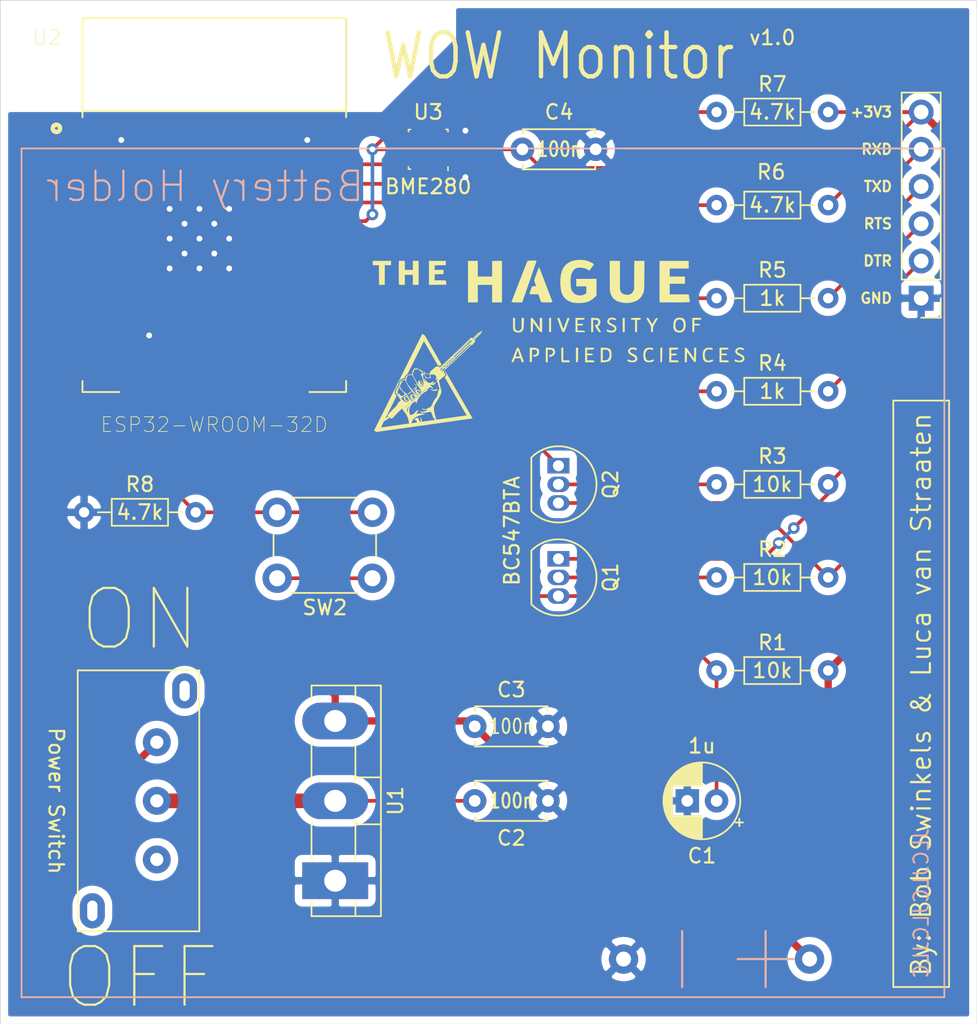
<source format=kicad_pcb>
(kicad_pcb (version 20171130) (host pcbnew "(5.1.4-0-10_14)")
  (layers (0 F.Cu signal) (31 B.Cu signal) (34 B.Paste user) (35 F.Paste user) (36 B.SilkS user) (37 F.SilkS user) (38 B.Mask user) (39 F.Mask user) (44 Edge.Cuts user))
  (net 0 "")
  (net 1 GND)
  (net 2 RESET)
  (net 3 VBAT)
  (net 4 +3V3)
  (net 5 RTS)
  (net 6 DTR)
  (net 7 TXD)
  (net 8 RXD)
  (net 9 BOOT)
  (net 10 "Net-(Q1-Pad2)")
  (net 11 "Net-(Q2-Pad2)")
  (net 12 "Net-(R4-Pad1)")
  (net 13 "Net-(R5-Pad1)")
  (net 14 SCL)
  (net 15 SDA)
  (net 16 RECONF)
  (net 17 "Net-(BT1-Pad1)")
  (net 18 "Net-(U2-Pad4)")
  (net 19 "Net-(U2-Pad5)")
  (net 20 "Net-(U2-Pad6)")
  (net 21 "Net-(U2-Pad7)")
  (net 22 "Net-(U2-Pad8)")
  (net 23 "Net-(U2-Pad9)")
  (net 24 "Net-(U2-Pad10)")
  (net 25 "Net-(U2-Pad11)")
  (net 26 "Net-(U2-Pad12)")
  (net 27 "Net-(U2-Pad13)")
  (net 28 "Net-(U2-Pad14)")
  (net 29 "Net-(U2-Pad17)")
  (net 30 "Net-(U2-Pad18)")
  (net 31 "Net-(U2-Pad19)")
  (net 32 "Net-(U2-Pad20)")
  (net 33 "Net-(U2-Pad21)")
  (net 34 "Net-(U2-Pad22)")
  (net 35 "Net-(U2-Pad23)")
  (net 36 "Net-(U2-Pad24)")
  (net 37 "Net-(U2-Pad26)")
  (net 38 "Net-(U2-Pad27)")
  (net 39 "Net-(U2-Pad28)")
  (net 40 "Net-(U2-Pad29)")
  (net 41 "Net-(U2-Pad30)")
  (net 42 "Net-(U2-Pad31)")
  (net 43 "Net-(U2-Pad37)")
  (module logo:rheon (layer F.Cu) (at 122.555 107.315)
    (fp_text reference G*** hide)
    (fp_text value LOGO hide)
  )
  (module logo:hhs-logo (layer F.Cu) (at 131.445 102.489)
    (fp_text reference G*** hide)
    (fp_text value LOGO hide)
  )
  (module Resistor_THT:R_Axial_DIN0204_L3.6mm_D1.6mm_P7.62mm_Horizontal (layer F.Cu) (at 142.24 114.3)
    (fp_text reference R3 (at 3.81 -1.92) (layer F.SilkS))
    (fp_text value 10k (at 3.81 0) (layer F.SilkS))
    (pad 1 thru_hole circle (at 0 0) (size 1.4 1.4) (drill 0.7) (layers *.Cu *.Mask) (net 11 "Net-(Q2-Pad2)"))
    (pad 2 thru_hole oval (at 7.62 0) (size 1.4 1.4) (drill 0.7) (layers *.Cu *.Mask) (net 5 RTS))
  )
  (module Capacitor_THT:CP_Radial_D5.0mm_P2.00mm (layer F.Cu) (at 142.24 135.89 180)
    (fp_text reference C1 (at 1 -3.75) (layer F.SilkS))
    (fp_text value 1u (at 1 3.75) (layer F.SilkS))
    (pad 1 thru_hole circle (at 0 0 180) (size 1.6 1.6) (drill 0.8) (layers *.Cu *.Mask) (net 2 RESET))
    (pad 2 thru_hole rect (at 2 0 180) (size 1.6 1.6) (drill 0.8) (layers *.Cu *.Mask) (net 1 GND))
  )
  (module Capacitor_THT:C_Disc_D4.7mm_W2.5mm_P5.00mm (layer F.Cu) (at 125.73 135.89)
    (fp_text reference C2 (at 2.5 2.54) (layer F.SilkS))
    (fp_text value 100n (at 2.5 0) (layer F.SilkS) (effects (font (size 1 0.8))))
    (pad 2 thru_hole circle (at 5 0) (size 1.6 1.6) (drill 0.8) (layers *.Cu *.Mask) (net 1 GND))
    (pad 1 thru_hole circle (at 0 0) (size 1.6 1.6) (drill 0.8) (layers *.Cu *.Mask) (net 3 VBAT))
  )
  (module Capacitor_THT:C_Disc_D4.7mm_W2.5mm_P5.00mm (layer F.Cu) (at 125.73 130.81)
    (fp_text reference C3 (at 2.5 -2.5) (layer F.SilkS))
    (fp_text value 100n (at 2.5 0) (layer F.SilkS) (effects (font (size 1 0.8) (thickness 0.125))))
    (pad 1 thru_hole circle (at 0 0) (size 1.6 1.6) (drill 0.8) (layers *.Cu *.Mask) (net 4 +3V3))
    (pad 2 thru_hole circle (at 5 0) (size 1.6 1.6) (drill 0.8) (layers *.Cu *.Mask) (net 1 GND))
  )
  (module Connector_PinHeader_2.54mm:PinHeader_1x06_P2.54mm_Vertical (layer F.Cu) (at 156.21 101.6 180)
    (fp_text reference Jserial1 hide)
    (fp_text value Hedd_01x06_Male hide)
    (pad 1 thru_hole rect (at 0 0 180) (size 1.7 1.7) (drill 1) (layers *.Cu *.Mask) (net 1 GND))
    (pad 2 thru_hole oval (at 0 2.54 180) (size 1.7 1.7) (drill 1) (layers *.Cu *.Mask) (net 6 DTR))
    (pad 3 thru_hole oval (at 0 5.08 180) (size 1.7 1.7) (drill 1) (layers *.Cu *.Mask) (net 5 RTS))
    (pad 4 thru_hole oval (at 0 7.62 180) (size 1.7 1.7) (drill 1) (layers *.Cu *.Mask) (net 7 TXD))
    (pad 5 thru_hole oval (at 0 10.16 180) (size 1.7 1.7) (drill 1) (layers *.Cu *.Mask) (net 8 RXD))
    (pad 6 thru_hole oval (at 0 12.7 180) (size 1.7 1.7) (drill 1) (layers *.Cu *.Mask) (net 4 +3V3))
  )
  (module Package_TO_SOT_THT:TO-92_Inline (layer F.Cu) (at 131.445 113.03 270)
    (fp_text reference Q2 (at 1.27 -3.56 90) (layer F.SilkS))
    (fp_text value BC547BTA (at 4.445 3.175 270) (layer F.SilkS))
    (pad 1 thru_hole rect (at 0 0 270) (size 1.05 1.5) (drill 0.75) (layers *.Cu *.Mask) (net 9 BOOT))
    (pad 3 thru_hole oval (at 2.54 0 270) (size 1.05 1.5) (drill 0.75) (layers *.Cu *.Mask) (net 6 DTR))
    (pad 2 thru_hole oval (at 1.27 0 270) (size 1.05 1.5) (drill 0.75) (layers *.Cu *.Mask) (net 11 "Net-(Q2-Pad2)"))
  )
  (module Package_TO_SOT_THT:TO-92_Inline (layer F.Cu) (at 131.445 119.38 270)
    (fp_text reference Q1 (at 1.27 -3.56 90) (layer F.SilkS))
    (fp_text value BC547BTA hide)
    (pad 2 thru_hole oval (at 1.27 0 270) (size 1.05 1.5) (drill 0.75) (layers *.Cu *.Mask) (net 10 "Net-(Q1-Pad2)"))
    (pad 3 thru_hole oval (at 2.54 0 270) (size 1.05 1.5) (drill 0.75) (layers *.Cu *.Mask) (net 2 RESET))
    (pad 1 thru_hole rect (at 0 0 270) (size 1.05 1.5) (drill 0.75) (layers *.Cu *.Mask) (net 5 RTS))
  )
  (module Resistor_THT:R_Axial_DIN0204_L3.6mm_D1.6mm_P7.62mm_Horizontal (layer F.Cu) (at 149.86 127 180)
    (fp_text reference R1 (at 3.81 1.905) (layer F.SilkS))
    (fp_text value 10k (at 3.81 0) (layer F.SilkS))
    (pad 1 thru_hole circle (at 0 0 180) (size 1.4 1.4) (drill 0.7) (layers *.Cu *.Mask) (net 4 +3V3))
    (pad 2 thru_hole oval (at 7.62 0 180) (size 1.4 1.4) (drill 0.7) (layers *.Cu *.Mask) (net 2 RESET))
  )
  (module Resistor_THT:R_Axial_DIN0204_L3.6mm_D1.6mm_P7.62mm_Horizontal (layer F.Cu) (at 142.24 120.65)
    (fp_text reference R2 (at 3.81 -1.92) (layer F.SilkS))
    (fp_text value 10k (at 3.81 0) (layer F.SilkS))
    (pad 2 thru_hole oval (at 7.62 0) (size 1.4 1.4) (drill 0.7) (layers *.Cu *.Mask) (net 6 DTR))
    (pad 1 thru_hole circle (at 0 0) (size 1.4 1.4) (drill 0.7) (layers *.Cu *.Mask) (net 10 "Net-(Q1-Pad2)"))
  )
  (module Resistor_THT:R_Axial_DIN0204_L3.6mm_D1.6mm_P7.62mm_Horizontal (layer F.Cu) (at 142.24 101.6)
    (fp_text reference R5 (at 3.81 -1.92) (layer F.SilkS))
    (fp_text value 1k (at 3.81 0) (layer F.SilkS))
    (pad 2 thru_hole oval (at 7.62 0) (size 1.4 1.4) (drill 0.7) (layers *.Cu *.Mask) (net 8 RXD))
    (pad 1 thru_hole circle (at 0 0) (size 1.4 1.4) (drill 0.7) (layers *.Cu *.Mask) (net 13 "Net-(R5-Pad1)"))
  )
  (module Resistor_THT:R_Axial_DIN0204_L3.6mm_D1.6mm_P7.62mm_Horizontal (layer F.Cu) (at 142.24 107.95)
    (fp_text reference R4 (at 3.81 -1.92) (layer F.SilkS))
    (fp_text value 1k (at 3.81 0) (layer F.SilkS))
    (pad 1 thru_hole circle (at 0 0) (size 1.4 1.4) (drill 0.7) (layers *.Cu *.Mask) (net 12 "Net-(R4-Pad1)"))
    (pad 2 thru_hole oval (at 7.62 0) (size 1.4 1.4) (drill 0.7) (layers *.Cu *.Mask) (net 7 TXD))
  )
  (module Resistor_THT:R_Axial_DIN0204_L3.6mm_D1.6mm_P7.62mm_Horizontal (layer F.Cu) (at 149.86 95.25 180)
    (fp_text reference R6 (at 3.89 2.26) (layer F.SilkS))
    (fp_text value 4.7k (at 3.81 0) (layer F.SilkS))
    (pad 1 thru_hole circle (at 0 0 180) (size 1.4 1.4) (drill 0.7) (layers *.Cu *.Mask) (net 4 +3V3))
    (pad 2 thru_hole oval (at 7.62 0 180) (size 1.4 1.4) (drill 0.7) (layers *.Cu *.Mask) (net 14 SCL))
  )
  (module Resistor_THT:R_Axial_DIN0204_L3.6mm_D1.6mm_P7.62mm_Horizontal (layer F.Cu) (at 149.86 88.9 180)
    (fp_text reference R7 (at 3.81 1.905) (layer F.SilkS))
    (fp_text value 4.7k (at 3.81 0) (layer F.SilkS))
    (pad 2 thru_hole oval (at 7.62 0 180) (size 1.4 1.4) (drill 0.7) (layers *.Cu *.Mask) (net 15 SDA))
    (pad 1 thru_hole circle (at 0 0 180) (size 1.4 1.4) (drill 0.7) (layers *.Cu *.Mask) (net 4 +3V3))
  )
  (module Resistor_THT:R_Axial_DIN0204_L3.6mm_D1.6mm_P7.62mm_Horizontal (layer F.Cu) (at 106.68 116.205 180)
    (fp_text reference R8 (at 3.81 1.905) (layer F.SilkS))
    (fp_text value 4.7k (at 3.81 0) (layer F.SilkS))
    (pad 2 thru_hole oval (at 7.62 0 180) (size 1.4 1.4) (drill 0.7) (layers *.Cu *.Mask) (net 1 GND))
    (pad 1 thru_hole circle (at 0 0 180) (size 1.4 1.4) (drill 0.7) (layers *.Cu *.Mask) (net 16 RECONF))
  )
  (module Button_Switch_THT:MHS122 (layer F.Cu) (at 98.425 124.79)
    (fp_text reference SW1 hide)
    (fp_text value MHS122K hide)
    (fp_text user ON (at 4.445 -1.27 180) (layer F.SilkS) (effects (font (size 4 4))))
    (fp_text user OFF (at 4.445 23.165) (layer F.SilkS) (effects (font (size 4 4))))
    (pad 0 thru_hole oval (at 1.2 18.6) (size 1.7 2.4) (drill oval 0.7 1.4) (layers *.Cu *.Mask))
    (pad 0 thru_hole oval (at 7.5 3.6) (size 1.7 2.4) (drill oval 0.7 1.4) (layers *.Cu *.Mask))
    (pad 1 thru_hole circle (at 5.6 7.1) (size 1.9 1.9) (drill 0.9) (layers *.Cu *.Mask) (net 17 "Net-(BT1-Pad1)"))
    (pad 2 thru_hole circle (at 5.6 11.1) (size 1.9 1.9) (drill 0.9) (layers *.Cu *.Mask) (net 3 VBAT))
    (pad 3 thru_hole circle (at 5.6 15.1) (size 1.9 1.9) (drill 0.9) (layers *.Cu *.Mask))
  )
  (module Button_Switch_THT:SW_PUSH_6mm_H5mm (layer F.Cu) (at 118.745 120.705 180)
    (fp_text reference SW2 (at 3.25 -2) (layer F.SilkS))
    (fp_text value FSM4JAH hide)
    (pad 2 thru_hole circle (at 0 4.5 270) (size 2 2) (drill 1.1) (layers *.Cu *.Mask) (net 16 RECONF))
    (pad 1 thru_hole circle (at 0 0 270) (size 2 2) (drill 1.1) (layers *.Cu *.Mask) (net 4 +3V3))
    (pad 2 thru_hole circle (at 6.5 4.5 270) (size 2 2) (drill 1.1) (layers *.Cu *.Mask) (net 16 RECONF))
    (pad 1 thru_hole circle (at 6.5 0 270) (size 2 2) (drill 1.1) (layers *.Cu *.Mask) (net 4 +3V3))
  )
  (module ESP32-WROOM-32D:MODULE_ESP32-WROOM-32D (layer F.Cu) (at 107.95 95.25)
    (fp_text reference U2 (at -11.43 -11.43) (layer F.SilkS) (effects (font (size 1.00269 1.00269) (thickness 0.05))))
    (fp_text value ESP32-WROOM-32D (at 0 14.9786) (layer F.SilkS) (effects (font (size 1.00299 1.00299) (thickness 0.05))))
    (fp_text user ANTENNA (at -5.72472 -8.65068) (layer Edge.Cuts) (effects (font (thickness 0.05))))
    (pad 39 smd rect (at -1 2.24) (size 5 5) (layers F.Cu F.Paste F.Mask) (net 1 GND))
    (pad 1 smd rect (at -8.5 -5.26) (size 2 0.9) (layers F.Cu F.Paste F.Mask) (net 1 GND))
    (pad 2 smd rect (at -8.5 -3.99) (size 2 0.9) (layers F.Cu F.Paste F.Mask) (net 4 +3V3))
    (pad 3 smd rect (at -8.5 -2.72) (size 2 0.9) (layers F.Cu F.Paste F.Mask) (net 2 RESET))
    (pad 4 smd rect (at -8.5 -1.45) (size 2 0.9) (layers F.Cu F.Paste F.Mask) (net 18 "Net-(U2-Pad4)"))
    (pad 5 smd rect (at -8.5 -0.18) (size 2 0.9) (layers F.Cu F.Paste F.Mask) (net 19 "Net-(U2-Pad5)"))
    (pad 6 smd rect (at -8.5 1.09) (size 2 0.9) (layers F.Cu F.Paste F.Mask) (net 20 "Net-(U2-Pad6)"))
    (pad 7 smd rect (at -8.5 2.36) (size 2 0.9) (layers F.Cu F.Paste F.Mask) (net 21 "Net-(U2-Pad7)"))
    (pad 8 smd rect (at -8.5 3.63) (size 2 0.9) (layers F.Cu F.Paste F.Mask) (net 22 "Net-(U2-Pad8)"))
    (pad 9 smd rect (at -8.5 4.9) (size 2 0.9) (layers F.Cu F.Paste F.Mask) (net 23 "Net-(U2-Pad9)"))
    (pad 10 smd rect (at -8.5 6.17) (size 2 0.9) (layers F.Cu F.Paste F.Mask) (net 24 "Net-(U2-Pad10)"))
    (pad 11 smd rect (at -8.5 7.44) (size 2 0.9) (layers F.Cu F.Paste F.Mask) (net 25 "Net-(U2-Pad11)"))
    (pad 12 smd rect (at -8.5 8.71) (size 2 0.9) (layers F.Cu F.Paste F.Mask) (net 26 "Net-(U2-Pad12)"))
    (pad 13 smd rect (at -8.5 9.98) (size 2 0.9) (layers F.Cu F.Paste F.Mask) (net 27 "Net-(U2-Pad13)"))
    (pad 14 smd rect (at -8.5 11.25) (size 2 0.9) (layers F.Cu F.Paste F.Mask) (net 28 "Net-(U2-Pad14)"))
    (pad 15 smd rect (at -5.715 12.25 90) (size 2 0.9) (layers F.Cu F.Paste F.Mask) (net 1 GND))
    (pad 16 smd rect (at -4.445 12.25 90) (size 2 0.9) (layers F.Cu F.Paste F.Mask) (net 16 RECONF))
    (pad 17 smd rect (at -3.175 12.25 90) (size 2 0.9) (layers F.Cu F.Paste F.Mask) (net 29 "Net-(U2-Pad17)"))
    (pad 18 smd rect (at -1.905 12.25 90) (size 2 0.9) (layers F.Cu F.Paste F.Mask) (net 30 "Net-(U2-Pad18)"))
    (pad 19 smd rect (at -0.635 12.25 90) (size 2 0.9) (layers F.Cu F.Paste F.Mask) (net 31 "Net-(U2-Pad19)"))
    (pad 20 smd rect (at 0.635 12.25 90) (size 2 0.9) (layers F.Cu F.Paste F.Mask) (net 32 "Net-(U2-Pad20)"))
    (pad 21 smd rect (at 1.905 12.25 90) (size 2 0.9) (layers F.Cu F.Paste F.Mask) (net 33 "Net-(U2-Pad21)"))
    (pad 22 smd rect (at 3.175 12.25 90) (size 2 0.9) (layers F.Cu F.Paste F.Mask) (net 34 "Net-(U2-Pad22)"))
    (pad 23 smd rect (at 4.445 12.25 90) (size 2 0.9) (layers F.Cu F.Paste F.Mask) (net 35 "Net-(U2-Pad23)"))
    (pad 24 smd rect (at 5.715 12.25 90) (size 2 0.9) (layers F.Cu F.Paste F.Mask) (net 36 "Net-(U2-Pad24)"))
    (pad 25 smd rect (at 8.5 11.25 180) (size 2 0.9) (layers F.Cu F.Paste F.Mask) (net 9 BOOT))
    (pad 26 smd rect (at 8.5 9.98 180) (size 2 0.9) (layers F.Cu F.Paste F.Mask) (net 37 "Net-(U2-Pad26)"))
    (pad 27 smd rect (at 8.5 8.71 180) (size 2 0.9) (layers F.Cu F.Paste F.Mask) (net 38 "Net-(U2-Pad27)"))
    (pad 28 smd rect (at 8.5 7.44 180) (size 2 0.9) (layers F.Cu F.Paste F.Mask) (net 39 "Net-(U2-Pad28)"))
    (pad 29 smd rect (at 8.5 6.17 180) (size 2 0.9) (layers F.Cu F.Paste F.Mask) (net 40 "Net-(U2-Pad29)"))
    (pad 30 smd rect (at 8.5 4.9 180) (size 2 0.9) (layers F.Cu F.Paste F.Mask) (net 41 "Net-(U2-Pad30)"))
    (pad 31 smd rect (at 8.5 3.63 180) (size 2 0.9) (layers F.Cu F.Paste F.Mask) (net 42 "Net-(U2-Pad31)"))
    (pad 32 smd rect (at 8.5 2.36 180) (size 2 0.9) (layers F.Cu F.Paste F.Mask))
    (pad 33 smd rect (at 8.5 1.09 180) (size 2 0.9) (layers F.Cu F.Paste F.Mask) (net 15 SDA))
    (pad 34 smd rect (at 8.5 -0.18 180) (size 2 0.9) (layers F.Cu F.Paste F.Mask) (net 12 "Net-(R4-Pad1)"))
    (pad 35 smd rect (at 8.5 -1.45 180) (size 2 0.9) (layers F.Cu F.Paste F.Mask) (net 13 "Net-(R5-Pad1)"))
    (pad 36 smd rect (at 8.5 -2.72 180) (size 2 0.9) (layers F.Cu F.Paste F.Mask) (net 14 SCL))
    (pad 37 smd rect (at 8.5 -3.99 180) (size 2 0.9) (layers F.Cu F.Paste F.Mask) (net 43 "Net-(U2-Pad37)"))
    (pad 38 smd rect (at 8.5 -5.26 180) (size 2 0.9) (layers F.Cu F.Paste F.Mask) (net 1 GND))
  )
  (module Package_LGA:Bosch_LGA-8_2.5x2.5mm_P0.65mm_ClockwisePinNumbering (layer F.Cu) (at 122.555 91.44 180)
    (fp_text reference U3 (at 0 2.54) (layer F.SilkS))
    (fp_text value BME280 (at 0 -2.54) (layer F.SilkS))
    (pad 4 smd rect (at 0.975 -1.025 270) (size 0.5 0.35) (layers F.Cu F.Paste F.Mask) (net 14 SCL))
    (pad 3 smd rect (at 0.325 -1.025 270) (size 0.5 0.35) (layers F.Cu F.Paste F.Mask) (net 15 SDA))
    (pad 2 smd rect (at -0.325 -1.025 270) (size 0.5 0.35) (layers F.Cu F.Paste F.Mask) (net 4 +3V3))
    (pad 1 smd rect (at -0.975 -1.025 270) (size 0.5 0.35) (layers F.Cu F.Paste F.Mask) (net 1 GND))
    (pad 8 smd rect (at -0.975 1.025 270) (size 0.5 0.35) (layers F.Cu F.Paste F.Mask) (net 4 +3V3))
    (pad 7 smd rect (at -0.325 1.025 270) (size 0.5 0.35) (layers F.Cu F.Paste F.Mask) (net 1 GND))
    (pad 6 smd rect (at 0.325 1.025 270) (size 0.5 0.35) (layers F.Cu F.Paste F.Mask) (net 4 +3V3))
    (pad 5 smd rect (at 0.975 1.025 270) (size 0.5 0.35) (layers F.Cu F.Paste F.Mask) (net 1 GND))
  )
  (module Battery:keystone_2477 (layer B.Cu) (at 150.89 149.385 90)
    (fp_text reference BT1 hide)
    (fp_text value Battery hide)
    (fp_text user + (at 2.7 -5.7 270) (layer B.SilkS) (effects (font (size 5 5)) (justify mirror)))
    (fp_text user - (at 2.7 -11.4 90) (layer B.SilkS) (effects (font (size 5 5)) (justify mirror)))
    (pad 1 thru_hole circle (at 2.7 -2.3 90) (size 2 2) (drill 1.02) (layers *.Cu *.Mask) (net 17 "Net-(BT1-Pad1)"))
    (pad 2 thru_hole circle (at 2.7 -15 90) (size 2 2) (drill 1.02) (layers *.Cu *.Mask) (net 1 GND))
  )
  (module Capacitor_THT:C_Disc_D4.7mm_W2.5mm_P5.00mm (layer F.Cu) (at 133.985 91.44 180)
    (fp_text reference C4 (at 2.5 2.54) (layer F.SilkS))
    (fp_text value 100n (at 2.5 0) (layer F.SilkS) (effects (font (size 1 0.8))))
    (pad 1 thru_hole circle (at 0 0 180) (size 1.6 1.6) (drill 0.8) (layers *.Cu *.Mask) (net 1 GND))
    (pad 2 thru_hole circle (at 5 0 180) (size 1.6 1.6) (drill 0.8) (layers *.Cu *.Mask) (net 4 +3V3))
  )
  (module Package_TO_SOT_THT:NJU7223F33 (layer F.Cu) (at 116.205 130.44 270)
    (fp_text reference U1 (at 5.45 -4.12 90) (layer F.SilkS))
    (fp_text value NJU7223F33)
    (pad 3 thru_hole oval (at 0 0 270) (size 2.5 4.5) (drill 1.5) (layers *.Cu *.Mask) (net 4 +3V3))
    (pad 1 thru_hole oval (at 5.45 0 270) (size 2.5 4.5) (drill 1.5) (layers *.Cu *.Mask) (net 3 VBAT))
    (pad 2 thru_hole rect (at 10.9 0 270) (size 2.5 4.5) (drill 1.5) (layers *.Cu *.Mask) (net 1 GND))
  )
  (gr_line (start 158.115 108.585) (end 154.305 108.585) (layer F.SilkS) (width 0.12))
  (gr_line (start 154.305 148.59) (end 158.115 148.59) (layer F.SilkS) (width 0.12))
  (gr_line (start 158.115 148.59) (end 158.115 108.585) (layer F.SilkS) (width 0.12))
  (gr_line (start 154.305 108.585) (end 154.305 148.59) (layer F.SilkS) (width 0.12))
  (gr_text "By: Bob Swinkels & Luca van Straaten" (at 156.21 147.955 90) (layer F.SilkS) (effects (font (size 1.3 1.3)) (justify left)))
  (gr_text v1.0 (at 146.05 83.82) (layer F.SilkS) (effects (font (size 1 1))))
  (gr_text "Battery Holder" (at 107.315 93.98) (layer B.SilkS) (effects (font (size 2 2)) (justify mirror)))
  (gr_text JLCJLCJLCJLC (at 156.21 142.875 90) (layer B.SilkS) (effects (font (size 1 1) (thickness 0.125)) (justify mirror)))
  (gr_text "WOW Monitor\n" (at 131.445 85.09) (layer F.SilkS) (effects (font (size 3 2.5) (thickness 0.3))))
  (gr_text GND (at 154.305 101.6) (layer F.SilkS) (effects (font (size 0.7 0.7)) (justify right)))
  (gr_text DTR (at 154.305 99.06) (layer F.SilkS) (effects (font (size 0.7 0.7)) (justify right)))
  (gr_text RTS (at 154.305 96.52) (layer F.SilkS) (effects (font (size 0.7 0.7)) (justify right)))
  (gr_text "TXD\n" (at 154.305 93.98) (layer F.SilkS) (effects (font (size 0.7 0.7)) (justify right)))
  (gr_text RXD (at 154.305 91.44) (layer F.SilkS) (effects (font (size 0.7 0.7)) (justify right)))
  (gr_text +3V3 (at 154.305 88.9) (layer F.SilkS) (effects (font (size 0.7 0.7)) (justify right)))
  (gr_line (start 93.345 151.13) (end 93.345 81.28) (layer Edge.Cuts) (width 0.05))
  (gr_line (start 160.02 151.13) (end 93.345 151.13) (layer Edge.Cuts) (width 0.05))
  (gr_line (start 160.02 81.28) (end 160.02 151.13) (layer Edge.Cuts) (width 0.05))
  (gr_line (start 93.345 81.28) (end 160.02 81.28) (layer Edge.Cuts) (width 0.05))
  (gr_text "Power Switch" (at 97.155 135.89 270) (layer F.SilkS) (effects (font (size 1 1))))
  (via (at 105.918 96.52) (size 0.8) (drill 0.4) (layers F.Cu B.Cu) (net 1))
  (via (at 105.918 98.552) (size 0.8) (drill 0.4) (layers F.Cu B.Cu) (net 1))
  (via (at 107.95 98.552) (size 0.8) (drill 0.4) (layers F.Cu B.Cu) (net 1))
  (via (at 107.95 96.52) (size 0.8) (drill 0.4) (layers F.Cu B.Cu) (net 1))
  (via (at 106.934 97.536) (size 0.8) (drill 0.4) (layers F.Cu B.Cu) (net 1))
  (via (at 106.934 95.504) (size 0.8) (drill 0.4) (layers F.Cu B.Cu) (net 1))
  (via (at 106.934 99.568) (size 0.8) (drill 0.4) (layers F.Cu B.Cu) (net 1))
  (via (at 108.966 97.536) (size 0.8) (drill 0.4) (layers F.Cu B.Cu) (net 1))
  (via (at 104.902 97.536) (size 0.8) (drill 0.4) (layers F.Cu B.Cu) (net 1))
  (via (at 104.902 99.568) (size 0.8) (drill 0.4) (layers F.Cu B.Cu) (net 1))
  (via (at 108.966 99.568) (size 0.8) (drill 0.4) (layers F.Cu B.Cu) (net 1))
  (via (at 108.966 95.504) (size 0.8) (drill 0.4) (layers F.Cu B.Cu) (net 1))
  (via (at 104.902 95.504) (size 0.8) (drill 0.4) (layers F.Cu B.Cu) (net 1))
  (segment (start 122.859999 89.839999) (end 122.88 89.86) (width 0.25) (layer F.Cu) (net 1))
  (segment (start 122.88 89.915) (end 122.88 90.415) (width 0.25) (layer F.Cu) (net 1))
  (segment (start 121.58 89.915) (end 121.655001 89.839999) (width 0.25) (layer F.Cu) (net 1))
  (segment (start 122.88 89.86) (end 122.88 89.915) (width 0.25) (layer F.Cu) (net 1))
  (segment (start 121.58 90.415) (end 121.58 89.915) (width 0.25) (layer F.Cu) (net 1))
  (segment (start 123.53 92.465) (end 124.215 92.465) (width 0.25) (layer F.Cu) (net 1))
  (via (at 125.095 93.345) (size 0.8) (drill 0.4) (layers F.Cu B.Cu) (net 1))
  (segment (start 124.215 92.465) (end 125.095 93.345) (width 0.25) (layer F.Cu) (net 1))
  (via (at 125.095 90.17) (size 0.8) (drill 0.4) (layers F.Cu B.Cu) (net 1))
  (segment (start 124.764999 89.839999) (end 125.095 90.17) (width 0.25) (layer F.Cu) (net 1))
  (segment (start 122.224999 89.839999) (end 124.764999 89.839999) (width 0.25) (layer F.Cu) (net 1))
  (segment (start 121.655001 89.839999) (end 122.224999 89.839999) (width 0.25) (layer F.Cu) (net 1))
  (segment (start 122.224999 89.839999) (end 122.859999 89.839999) (width 0.25) (layer F.Cu) (net 1))
  (via (at 103.505 104.14) (size 0.8) (drill 0.4) (layers F.Cu B.Cu) (net 1))
  (segment (start 102.235 105.41) (end 103.505 104.14) (width 0.25) (layer F.Cu) (net 1))
  (segment (start 102.235 107.5) (end 102.235 105.41) (width 0.25) (layer F.Cu) (net 1))
  (segment (start 100.785 89.99) (end 101.6 90.805) (width 0.25) (layer F.Cu) (net 1))
  (via (at 101.6 90.805) (size 0.8) (drill 0.4) (layers F.Cu B.Cu) (net 1))
  (segment (start 99.45 89.99) (end 100.785 89.99) (width 0.25) (layer F.Cu) (net 1))
  (via (at 114.3 90.805) (size 0.8) (drill 0.4) (layers F.Cu B.Cu) (net 1))
  (segment (start 115.115 89.99) (end 114.3 90.805) (width 0.25) (layer F.Cu) (net 1))
  (segment (start 116.45 89.99) (end 115.115 89.99) (width 0.25) (layer F.Cu) (net 1))
  (segment (start 109.675 92.53) (end 99.45 92.53) (width 0.25) (layer F.Cu) (net 2))
  (segment (start 114.440001 97.295001) (end 109.675 92.53) (width 0.25) (layer F.Cu) (net 2))
  (segment (start 114.440001 108.725001) (end 114.440001 97.295001) (width 0.25) (layer F.Cu) (net 2))
  (segment (start 127.635 121.92) (end 114.440001 108.725001) (width 0.25) (layer F.Cu) (net 2))
  (segment (start 131.445 121.92) (end 127.635 121.92) (width 0.25) (layer F.Cu) (net 2))
  (segment (start 137.16 121.92) (end 142.24 127) (width 0.25) (layer F.Cu) (net 2))
  (segment (start 131.445 121.92) (end 137.16 121.92) (width 0.25) (layer F.Cu) (net 2))
  (segment (start 142.24 135.89) (end 142.24 127) (width 0.25) (layer F.Cu) (net 2))
  (segment (start 116.205 135.89) (end 125.73 135.89) (width 0.25) (layer F.Cu) (net 3))
  (segment (start 104.025 135.89) (end 116.205 135.89) (width 1) (layer F.Cu) (net 3))
  (segment (start 156.21 88.9) (end 149.86 88.9) (width 0.25) (layer F.Cu) (net 4))
  (segment (start 155.360001 89.749999) (end 149.86 95.25) (width 0.25) (layer F.Cu) (net 4))
  (segment (start 156.21 88.9) (end 155.360001 89.749999) (width 0.25) (layer F.Cu) (net 4))
  (segment (start 122.88 91.965) (end 122.88 92.465) (width 0.25) (layer F.Cu) (net 4))
  (segment (start 122.23 91.12859) (end 122.88 91.77859) (width 0.25) (layer F.Cu) (net 4))
  (segment (start 122.88 91.77859) (end 122.88 91.965) (width 0.25) (layer F.Cu) (net 4))
  (segment (start 122.23 90.415) (end 122.23 91.12859) (width 0.25) (layer F.Cu) (net 4))
  (segment (start 123.53 91.12859) (end 122.88 91.77859) (width 0.25) (layer F.Cu) (net 4))
  (segment (start 123.53 90.415) (end 123.53 91.12859) (width 0.25) (layer F.Cu) (net 4))
  (segment (start 156.21 88.9) (end 153.67 88.9) (width 0.25) (layer F.Cu) (net 4))
  (segment (start 153.67 88.9) (end 149.86 92.71) (width 0.25) (layer F.Cu) (net 4))
  (segment (start 123.53 91.12859) (end 123.53 91.145) (width 0.25) (layer F.Cu) (net 4))
  (segment (start 123.53 91.145) (end 123.825 91.44) (width 0.25) (layer F.Cu) (net 4))
  (segment (start 123.825 91.44) (end 127 91.44) (width 0.25) (layer F.Cu) (net 4))
  (segment (start 127 91.44) (end 128.985 91.44) (width 0.25) (layer F.Cu) (net 4))
  (segment (start 130.255 92.71) (end 128.985 91.44) (width 0.25) (layer F.Cu) (net 4))
  (segment (start 149.86 92.71) (end 130.255 92.71) (width 0.25) (layer F.Cu) (net 4))
  (segment (start 116.205 130.44) (end 116.205 120.76) (width 0.25) (layer F.Cu) (net 4))
  (segment (start 116.26 120.705) (end 118.745 120.705) (width 0.25) (layer F.Cu) (net 4))
  (segment (start 116.205 120.76) (end 116.26 120.705) (width 0.25) (layer F.Cu) (net 4))
  (segment (start 112.245 120.705) (end 116.26 120.705) (width 0.25) (layer F.Cu) (net 4))
  (segment (start 116.205 130.44) (end 116.205 128.69) (width 0.5) (layer F.Cu) (net 4))
  (segment (start 97.95 91.26) (end 99.45 91.26) (width 0.5) (layer F.Cu) (net 4))
  (segment (start 97.155 92.055) (end 97.95 91.26) (width 0.5) (layer F.Cu) (net 4))
  (segment (start 97.155 109.64) (end 97.155 92.055) (width 0.5) (layer F.Cu) (net 4))
  (segment (start 116.205 128.69) (end 97.155 109.64) (width 0.5) (layer F.Cu) (net 4))
  (segment (start 149.86 127) (end 158.75 118.11) (width 0.5) (layer F.Cu) (net 4))
  (segment (start 158.75 118.11) (end 158.75 91.44) (width 0.5) (layer F.Cu) (net 4))
  (segment (start 158.75 91.44) (end 156.21 88.9) (width 0.5) (layer F.Cu) (net 4))
  (segment (start 125.36 130.44) (end 125.73 130.81) (width 0.5) (layer F.Cu) (net 4))
  (segment (start 116.205 130.44) (end 125.36 130.44) (width 0.5) (layer F.Cu) (net 4))
  (segment (start 125.73 130.81) (end 128.27 133.35) (width 0.5) (layer F.Cu) (net 4))
  (segment (start 128.27 133.35) (end 128.27 137.16) (width 0.5) (layer F.Cu) (net 4))
  (segment (start 128.27 137.16) (end 130.81 139.7) (width 0.5) (layer F.Cu) (net 4))
  (segment (start 130.81 139.7) (end 147.32 139.7) (width 0.5) (layer F.Cu) (net 4))
  (segment (start 149.86 137.16) (end 149.86 127) (width 0.5) (layer F.Cu) (net 4))
  (segment (start 147.32 139.7) (end 149.86 137.16) (width 0.5) (layer F.Cu) (net 4))
  (segment (start 150.559999 113.600001) (end 149.86 114.3) (width 0.25) (layer F.Cu) (net 5))
  (segment (start 152.665019 111.494981) (end 150.559999 113.600001) (width 0.25) (layer F.Cu) (net 5))
  (segment (start 152.665019 100.064981) (end 152.665019 111.494981) (width 0.25) (layer F.Cu) (net 5))
  (segment (start 156.21 96.52) (end 152.665019 100.064981) (width 0.25) (layer F.Cu) (net 5))
  (via (at 146.489847 118.305153) (size 0.8) (drill 0.4) (layers F.Cu B.Cu) (net 5))
  (segment (start 145.415 119.38) (end 146.489847 118.305153) (width 0.25) (layer F.Cu) (net 5))
  (segment (start 131.445 119.38) (end 145.415 119.38) (width 0.25) (layer F.Cu) (net 5))
  (via (at 147.515153 117.279847) (size 0.8) (drill 0.4) (layers F.Cu B.Cu) (net 5))
  (segment (start 146.489847 118.305153) (end 147.515153 117.279847) (width 0.25) (layer B.Cu) (net 5))
  (segment (start 149.86 114.935) (end 149.86 114.3) (width 0.25) (layer F.Cu) (net 5))
  (segment (start 147.515153 117.279847) (end 149.86 114.935) (width 0.25) (layer F.Cu) (net 5))
  (segment (start 150.559999 119.950001) (end 149.86 120.65) (width 0.25) (layer F.Cu) (net 6))
  (segment (start 153.115029 117.394971) (end 150.559999 119.950001) (width 0.25) (layer F.Cu) (net 6))
  (segment (start 153.115029 102.154971) (end 153.115029 117.394971) (width 0.25) (layer F.Cu) (net 6))
  (segment (start 156.21 99.06) (end 153.115029 102.154971) (width 0.25) (layer F.Cu) (net 6))
  (segment (start 144.78 115.57) (end 149.86 120.65) (width 0.25) (layer F.Cu) (net 6))
  (segment (start 131.445 115.57) (end 144.78 115.57) (width 0.25) (layer F.Cu) (net 6))
  (segment (start 150.559999 107.250001) (end 149.86 107.95) (width 0.25) (layer F.Cu) (net 7))
  (segment (start 152.21501 105.59499) (end 150.559999 107.250001) (width 0.25) (layer F.Cu) (net 7))
  (segment (start 152.21501 97.97499) (end 152.21501 105.59499) (width 0.25) (layer F.Cu) (net 7))
  (segment (start 156.21 93.98) (end 152.21501 97.97499) (width 0.25) (layer F.Cu) (net 7))
  (segment (start 156.21 91.44) (end 151.765 95.885) (width 0.25) (layer F.Cu) (net 8))
  (segment (start 151.765 99.695) (end 149.86 101.6) (width 0.25) (layer F.Cu) (net 8))
  (segment (start 151.765 95.885) (end 151.765 99.695) (width 0.25) (layer F.Cu) (net 8))
  (segment (start 131.22 113.03) (end 131.445 113.03) (width 0.25) (layer F.Cu) (net 9))
  (segment (start 116.45 106.5) (end 124.915 106.5) (width 0.25) (layer F.Cu) (net 9))
  (segment (start 124.915 106.5) (end 131.445 113.03) (width 0.25) (layer F.Cu) (net 9))
  (segment (start 142.24 114.3) (end 135.255 114.3) (width 0.25) (layer F.Cu) (net 11))
  (segment (start 135.255 114.3) (end 131.445 114.3) (width 0.25) (layer F.Cu) (net 11))
  (segment (start 142.24 120.65) (end 135.255 120.65) (width 0.25) (layer F.Cu) (net 10))
  (segment (start 135.255 120.65) (end 131.445 120.65) (width 0.25) (layer F.Cu) (net 10))
  (segment (start 116.45 93.8) (end 121.74 93.8) (width 0.25) (layer F.Cu) (net 13))
  (segment (start 121.74 93.8) (end 129.54 101.6) (width 0.25) (layer F.Cu) (net 13))
  (segment (start 129.54 101.6) (end 142.24 101.6) (width 0.25) (layer F.Cu) (net 13))
  (segment (start 141.250051 107.95) (end 142.24 107.95) (width 0.25) (layer F.Cu) (net 12))
  (segment (start 135.25359 107.95) (end 141.250051 107.95) (width 0.25) (layer F.Cu) (net 12))
  (segment (start 122.37359 95.07) (end 135.25359 107.95) (width 0.25) (layer F.Cu) (net 12))
  (segment (start 116.45 95.07) (end 122.37359 95.07) (width 0.25) (layer F.Cu) (net 12))
  (segment (start 123.82641 95.25) (end 142.24 95.25) (width 0.25) (layer F.Cu) (net 14))
  (segment (start 121.58 93.00359) (end 123.82641 95.25) (width 0.25) (layer F.Cu) (net 14))
  (segment (start 121.58 92.465) (end 121.58 93.00359) (width 0.25) (layer F.Cu) (net 14))
  (segment (start 116.515 92.465) (end 116.45 92.53) (width 0.25) (layer F.Cu) (net 14))
  (segment (start 121.58 92.465) (end 116.515 92.465) (width 0.25) (layer F.Cu) (net 14))
  (via (at 118.745 95.885) (size 0.8) (drill 0.4) (layers F.Cu B.Cu) (net 15))
  (segment (start 118.29 96.34) (end 118.745 95.885) (width 0.25) (layer F.Cu) (net 15))
  (segment (start 116.45 96.34) (end 118.29 96.34) (width 0.25) (layer F.Cu) (net 15))
  (segment (start 118.745 95.885) (end 118.745 91.44) (width 0.25) (layer B.Cu) (net 15))
  (via (at 118.745 91.44) (size 0.8) (drill 0.4) (layers F.Cu B.Cu) (net 15))
  (segment (start 122.23 91.965) (end 122.23 92.465) (width 0.25) (layer F.Cu) (net 15))
  (segment (start 122.23 91.805) (end 122.23 91.965) (width 0.25) (layer F.Cu) (net 15))
  (segment (start 121.865 91.44) (end 122.23 91.805) (width 0.25) (layer F.Cu) (net 15))
  (segment (start 122.23 91.805) (end 122.23 91.765) (width 0.25) (layer F.Cu) (net 15))
  (segment (start 121.285 88.9) (end 142.24 88.9) (width 0.25) (layer F.Cu) (net 15))
  (segment (start 118.745 91.44) (end 121.285 88.9) (width 0.25) (layer F.Cu) (net 15))
  (segment (start 118.745 91.44) (end 121.865 91.44) (width 0.25) (layer F.Cu) (net 15))
  (segment (start 118.745 116.205) (end 106.68 116.205) (width 0.25) (layer F.Cu) (net 16))
  (segment (start 103.505 113.03) (end 106.68 116.205) (width 0.25) (layer F.Cu) (net 16))
  (segment (start 103.505 107.5) (end 103.505 113.03) (width 0.25) (layer F.Cu) (net 16))
  (segment (start 100.965 134.95) (end 104.025 131.89) (width 0.5) (layer F.Cu) (net 17))
  (segment (start 100.965 140.97) (end 100.965 134.95) (width 0.5) (layer F.Cu) (net 17))
  (segment (start 104.14 144.145) (end 100.965 140.97) (width 0.5) (layer F.Cu) (net 17))
  (segment (start 146.05 144.145) (end 104.14 144.145) (width 0.5) (layer F.Cu) (net 17))
  (segment (start 148.59 146.685) (end 146.05 144.145) (width 0.5) (layer F.Cu) (net 17))
  (zone (net 1) (net_name GND) (layer B.Cu) (connect_pads (clearance 0.508)) (min_thickness 0.254) (fill yes (arc_segments 32) (thermal_gap 0.508) (thermal_bridge_width 0.508))
    (polygon (pts (xy 93.345 81.28) (xy 160.02 81.28) (xy 160.02 151.13) (xy 93.345 151.13)))
  )
  (zone (net 0) (net_name "") (layers F&B.Cu) (connect_pads (clearance 0.508)) (min_thickness 0.254)
    (keepout (tracks not_allowed) (vias not_allowed) (copperpour not_allowed))
    (fill (arc_segments 32) (thermal_gap 0.508) (thermal_bridge_width 0.508))
    (polygon (pts (xy 93.345 81.28) (xy 93.345 88.9) (xy 119.38 88.9) (xy 124.46 83.82) (xy 124.46 81.28)))
  )
)
</source>
